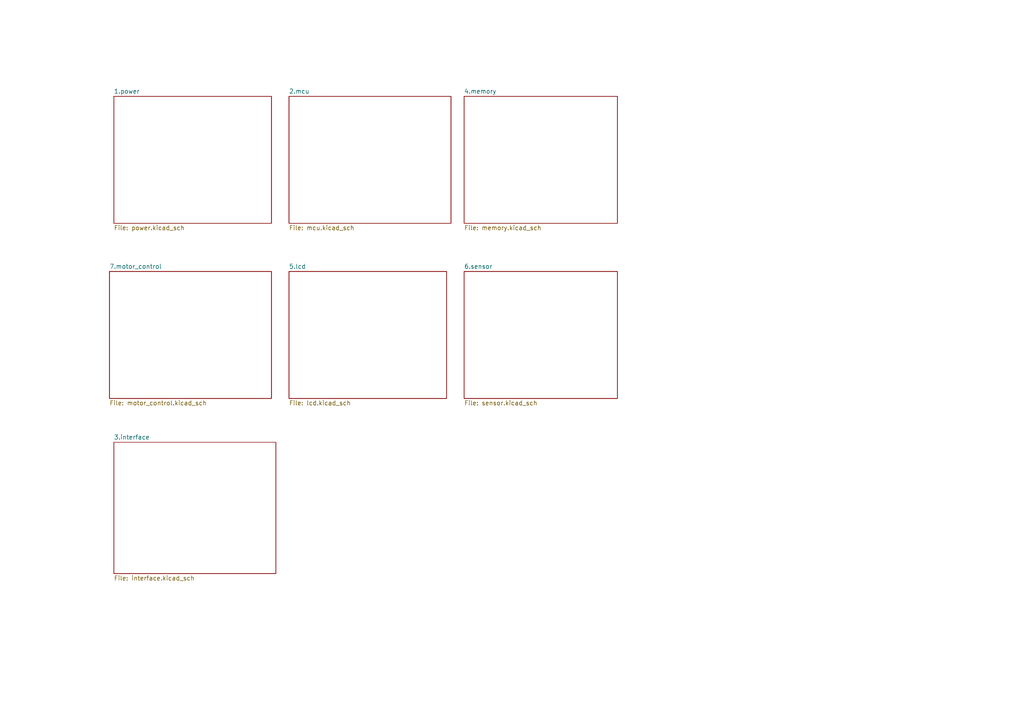
<source format=kicad_sch>
(kicad_sch
	(version 20250114)
	(generator "eeschema")
	(generator_version "9.0")
	(uuid "a25adab6-a8c3-4e0e-8ba9-baac00aaa394")
	(paper "A4")
	(lib_symbols)
	(sheet
		(at 31.75 78.74)
		(size 46.99 36.83)
		(exclude_from_sim no)
		(in_bom yes)
		(on_board yes)
		(dnp no)
		(fields_autoplaced yes)
		(stroke
			(width 0.1524)
			(type solid)
		)
		(fill
			(color 0 0 0 0.0000)
		)
		(uuid "0efc9baf-c353-4a72-9983-7a1660fbd7db")
		(property "Sheetname" "7.motor_control"
			(at 31.75 78.0284 0)
			(effects
				(font
					(size 1.27 1.27)
				)
				(justify left bottom)
			)
		)
		(property "Sheetfile" "motor_control.kicad_sch"
			(at 31.75 116.1546 0)
			(effects
				(font
					(size 1.27 1.27)
				)
				(justify left top)
			)
		)
		(instances
			(project "bldc_motor_controller"
				(path "/a25adab6-a8c3-4e0e-8ba9-baac00aaa394"
					(page "8")
				)
			)
		)
	)
	(sheet
		(at 134.62 78.74)
		(size 44.45 36.83)
		(exclude_from_sim no)
		(in_bom yes)
		(on_board yes)
		(dnp no)
		(fields_autoplaced yes)
		(stroke
			(width 0.1524)
			(type solid)
		)
		(fill
			(color 0 0 0 0.0000)
		)
		(uuid "41a95291-f7f2-4bdf-b0a1-cf2084f10036")
		(property "Sheetname" "6.sensor"
			(at 134.62 78.0284 0)
			(effects
				(font
					(size 1.27 1.27)
				)
				(justify left bottom)
			)
		)
		(property "Sheetfile" "sensor.kicad_sch"
			(at 134.62 116.1546 0)
			(effects
				(font
					(size 1.27 1.27)
				)
				(justify left top)
			)
		)
		(instances
			(project "bldc_motor_controller"
				(path "/a25adab6-a8c3-4e0e-8ba9-baac00aaa394"
					(page "7")
				)
			)
		)
	)
	(sheet
		(at 33.02 128.27)
		(size 46.99 38.1)
		(exclude_from_sim no)
		(in_bom yes)
		(on_board yes)
		(dnp no)
		(fields_autoplaced yes)
		(stroke
			(width 0.1524)
			(type solid)
		)
		(fill
			(color 0 0 0 0.0000)
		)
		(uuid "430b6e73-4ab5-4f88-adfd-520e070c0b15")
		(property "Sheetname" "3.interface"
			(at 33.02 127.5584 0)
			(effects
				(font
					(size 1.27 1.27)
				)
				(justify left bottom)
			)
		)
		(property "Sheetfile" "interface.kicad_sch"
			(at 33.02 166.9546 0)
			(effects
				(font
					(size 1.27 1.27)
				)
				(justify left top)
			)
		)
		(instances
			(project "bldc_motor_controller"
				(path "/a25adab6-a8c3-4e0e-8ba9-baac00aaa394"
					(page "4")
				)
			)
		)
	)
	(sheet
		(at 83.82 78.74)
		(size 45.72 36.83)
		(exclude_from_sim no)
		(in_bom yes)
		(on_board yes)
		(dnp no)
		(fields_autoplaced yes)
		(stroke
			(width 0.1524)
			(type solid)
		)
		(fill
			(color 0 0 0 0.0000)
		)
		(uuid "9ad5d27a-5f31-4a09-b7fb-9d62ecc953c1")
		(property "Sheetname" "5.lcd"
			(at 83.82 78.0284 0)
			(effects
				(font
					(size 1.27 1.27)
				)
				(justify left bottom)
			)
		)
		(property "Sheetfile" "lcd.kicad_sch"
			(at 83.82 116.1546 0)
			(effects
				(font
					(size 1.27 1.27)
				)
				(justify left top)
			)
		)
		(instances
			(project "bldc_motor_controller"
				(path "/a25adab6-a8c3-4e0e-8ba9-baac00aaa394"
					(page "6")
				)
			)
		)
	)
	(sheet
		(at 134.62 27.94)
		(size 44.45 36.83)
		(exclude_from_sim no)
		(in_bom yes)
		(on_board yes)
		(dnp no)
		(fields_autoplaced yes)
		(stroke
			(width 0.1524)
			(type solid)
		)
		(fill
			(color 0 0 0 0.0000)
		)
		(uuid "9f644060-1b86-41d4-818c-d38193d04e6e")
		(property "Sheetname" "4.memory"
			(at 134.62 27.2284 0)
			(effects
				(font
					(size 1.27 1.27)
				)
				(justify left bottom)
			)
		)
		(property "Sheetfile" "memory.kicad_sch"
			(at 134.62 65.3546 0)
			(effects
				(font
					(size 1.27 1.27)
				)
				(justify left top)
			)
		)
		(instances
			(project "bldc_motor_controller"
				(path "/a25adab6-a8c3-4e0e-8ba9-baac00aaa394"
					(page "5")
				)
			)
		)
	)
	(sheet
		(at 83.82 27.94)
		(size 46.99 36.83)
		(exclude_from_sim no)
		(in_bom yes)
		(on_board yes)
		(dnp no)
		(fields_autoplaced yes)
		(stroke
			(width 0.1524)
			(type solid)
		)
		(fill
			(color 0 0 0 0.0000)
		)
		(uuid "f1d28d97-f090-4298-9a06-d9576d5adbbf")
		(property "Sheetname" "2.mcu"
			(at 83.82 27.2284 0)
			(effects
				(font
					(size 1.27 1.27)
				)
				(justify left bottom)
			)
		)
		(property "Sheetfile" "mcu.kicad_sch"
			(at 83.82 65.3546 0)
			(effects
				(font
					(size 1.27 1.27)
				)
				(justify left top)
			)
		)
		(instances
			(project "bldc_motor_controller"
				(path "/a25adab6-a8c3-4e0e-8ba9-baac00aaa394"
					(page "3")
				)
			)
		)
	)
	(sheet
		(at 33.02 27.94)
		(size 45.72 36.83)
		(exclude_from_sim no)
		(in_bom yes)
		(on_board yes)
		(dnp no)
		(fields_autoplaced yes)
		(stroke
			(width 0.1524)
			(type solid)
		)
		(fill
			(color 0 0 0 0.0000)
		)
		(uuid "fa552ebf-4859-4df7-97cc-cc5957e0d3a3")
		(property "Sheetname" "1.power"
			(at 33.02 27.2284 0)
			(effects
				(font
					(size 1.27 1.27)
				)
				(justify left bottom)
			)
		)
		(property "Sheetfile" "power.kicad_sch"
			(at 33.02 65.3546 0)
			(effects
				(font
					(size 1.27 1.27)
				)
				(justify left top)
			)
		)
		(instances
			(project "bldc_motor_controller"
				(path "/a25adab6-a8c3-4e0e-8ba9-baac00aaa394"
					(page "2")
				)
			)
		)
	)
	(sheet_instances
		(path "/"
			(page "1")
		)
	)
	(embedded_fonts no)
)

</source>
